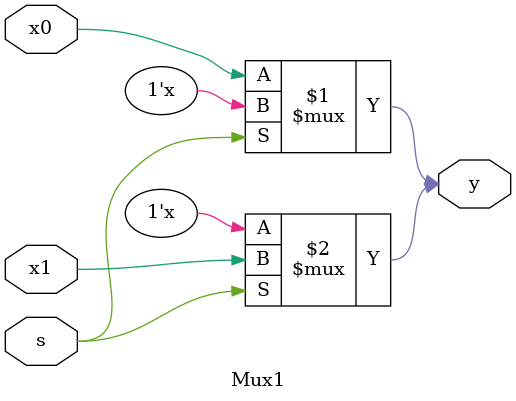
<source format=v>
`timescale 1ns / 1ps

module Mux1(
    input x0,
    input x1,
    input s,
    output y
    );
    
    wire w;
not G(w,s);
bufif1 B1(y,x0,w);
bufif1 B2(y,x1,s);

endmodule

</source>
